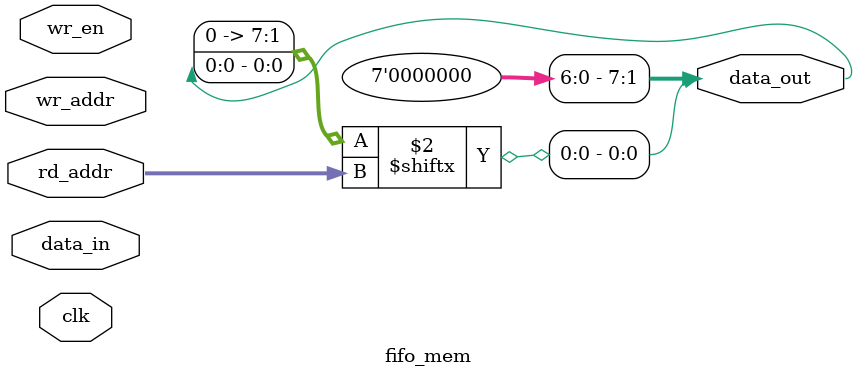
<source format=v>
`timescale 1ns / 1ps



module fifo_mem #(
    parameter DATA_WIDTH = 8,
    FIFO_DEPTH = 16,
    FIFO_C_WIDTH = 4
) (
    // Inputs
    input clk,
    input [(DATA_WIDTH - 1) : 0] data_in,
    input [(FIFO_C_WIDTH - 1): 0] wr_addr,
    input [(FIFO_C_WIDTH - 1): 0] rd_addr,
    input wr_en,
    // outputs
    output [(DATA_WIDTH - 1) : 0] data_out
);
    reg [(DATA_WIDTH - 1) : 0] MEM [0 : (FIFO_DEPTH-1)]; // array of 16 register
    
    assign data_out = data_out[rd_addr];
    
    always @(posedge clk) begin
        if (wr_en) begin
            MEM[wr_addr] <= data_in;
        end
    end
endmodule
</source>
